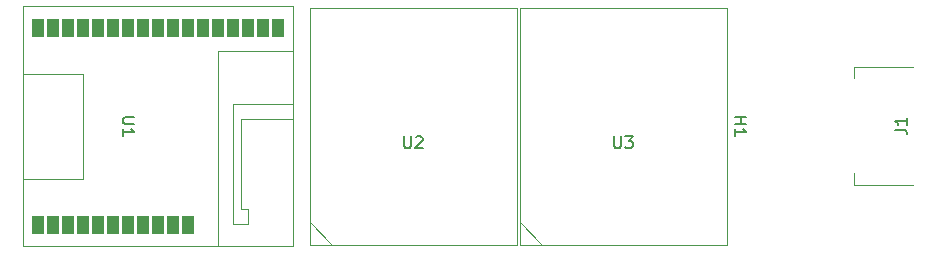
<source format=gbr>
%TF.GenerationSoftware,KiCad,Pcbnew,8.0.3*%
%TF.CreationDate,2024-06-21T11:12:34+09:00*%
%TF.ProjectId,Unit-HDPL-1414,556e6974-2d48-4445-904c-2d313431342e,rev?*%
%TF.SameCoordinates,Original*%
%TF.FileFunction,Legend,Top*%
%TF.FilePolarity,Positive*%
%FSLAX46Y46*%
G04 Gerber Fmt 4.6, Leading zero omitted, Abs format (unit mm)*
G04 Created by KiCad (PCBNEW 8.0.3) date 2024-06-21 11:12:34*
%MOMM*%
%LPD*%
G01*
G04 APERTURE LIST*
G04 Aperture macros list*
%AMRoundRect*
0 Rectangle with rounded corners*
0 $1 Rounding radius*
0 $2 $3 $4 $5 $6 $7 $8 $9 X,Y pos of 4 corners*
0 Add a 4 corners polygon primitive as box body*
4,1,4,$2,$3,$4,$5,$6,$7,$8,$9,$2,$3,0*
0 Add four circle primitives for the rounded corners*
1,1,$1+$1,$2,$3*
1,1,$1+$1,$4,$5*
1,1,$1+$1,$6,$7*
1,1,$1+$1,$8,$9*
0 Add four rect primitives between the rounded corners*
20,1,$1+$1,$2,$3,$4,$5,0*
20,1,$1+$1,$4,$5,$6,$7,0*
20,1,$1+$1,$6,$7,$8,$9,0*
20,1,$1+$1,$8,$9,$2,$3,0*%
G04 Aperture macros list end*
%ADD10C,0.150000*%
%ADD11C,0.120000*%
%ADD12C,1.524000*%
%ADD13C,5.500000*%
%ADD14RoundRect,0.500000X-0.008000X0.750000X-0.008000X-0.750000X0.008000X-0.750000X0.008000X0.750000X0*%
%ADD15RoundRect,0.500000X0.008000X-0.750000X0.008000X0.750000X-0.008000X0.750000X-0.008000X-0.750000X0*%
G04 APERTURE END LIST*
D10*
X143662819Y-89185333D02*
X144377104Y-89185333D01*
X144377104Y-89185333D02*
X144519961Y-89232952D01*
X144519961Y-89232952D02*
X144615200Y-89328190D01*
X144615200Y-89328190D02*
X144662819Y-89471047D01*
X144662819Y-89471047D02*
X144662819Y-89566285D01*
X144662819Y-88185333D02*
X144662819Y-88756761D01*
X144662819Y-88471047D02*
X143662819Y-88471047D01*
X143662819Y-88471047D02*
X143805676Y-88566285D01*
X143805676Y-88566285D02*
X143900914Y-88661523D01*
X143900914Y-88661523D02*
X143948533Y-88756761D01*
X130101180Y-88138095D02*
X131101180Y-88138095D01*
X130624990Y-88138095D02*
X130624990Y-88709523D01*
X130101180Y-88709523D02*
X131101180Y-88709523D01*
X130101180Y-89709523D02*
X130101180Y-89138095D01*
X130101180Y-89423809D02*
X131101180Y-89423809D01*
X131101180Y-89423809D02*
X130958323Y-89328571D01*
X130958323Y-89328571D02*
X130863085Y-89233333D01*
X130863085Y-89233333D02*
X130815466Y-89138095D01*
X79285180Y-88138095D02*
X78475657Y-88138095D01*
X78475657Y-88138095D02*
X78380419Y-88185714D01*
X78380419Y-88185714D02*
X78332800Y-88233333D01*
X78332800Y-88233333D02*
X78285180Y-88328571D01*
X78285180Y-88328571D02*
X78285180Y-88519047D01*
X78285180Y-88519047D02*
X78332800Y-88614285D01*
X78332800Y-88614285D02*
X78380419Y-88661904D01*
X78380419Y-88661904D02*
X78475657Y-88709523D01*
X78475657Y-88709523D02*
X79285180Y-88709523D01*
X78285180Y-89709523D02*
X78285180Y-89138095D01*
X78285180Y-89423809D02*
X79285180Y-89423809D01*
X79285180Y-89423809D02*
X79142323Y-89328571D01*
X79142323Y-89328571D02*
X79047085Y-89233333D01*
X79047085Y-89233333D02*
X78999466Y-89138095D01*
X102108095Y-89751819D02*
X102108095Y-90561342D01*
X102108095Y-90561342D02*
X102155714Y-90656580D01*
X102155714Y-90656580D02*
X102203333Y-90704200D01*
X102203333Y-90704200D02*
X102298571Y-90751819D01*
X102298571Y-90751819D02*
X102489047Y-90751819D01*
X102489047Y-90751819D02*
X102584285Y-90704200D01*
X102584285Y-90704200D02*
X102631904Y-90656580D01*
X102631904Y-90656580D02*
X102679523Y-90561342D01*
X102679523Y-90561342D02*
X102679523Y-89751819D01*
X103108095Y-89847057D02*
X103155714Y-89799438D01*
X103155714Y-89799438D02*
X103250952Y-89751819D01*
X103250952Y-89751819D02*
X103489047Y-89751819D01*
X103489047Y-89751819D02*
X103584285Y-89799438D01*
X103584285Y-89799438D02*
X103631904Y-89847057D01*
X103631904Y-89847057D02*
X103679523Y-89942295D01*
X103679523Y-89942295D02*
X103679523Y-90037533D01*
X103679523Y-90037533D02*
X103631904Y-90180390D01*
X103631904Y-90180390D02*
X103060476Y-90751819D01*
X103060476Y-90751819D02*
X103679523Y-90751819D01*
X119888095Y-89751819D02*
X119888095Y-90561342D01*
X119888095Y-90561342D02*
X119935714Y-90656580D01*
X119935714Y-90656580D02*
X119983333Y-90704200D01*
X119983333Y-90704200D02*
X120078571Y-90751819D01*
X120078571Y-90751819D02*
X120269047Y-90751819D01*
X120269047Y-90751819D02*
X120364285Y-90704200D01*
X120364285Y-90704200D02*
X120411904Y-90656580D01*
X120411904Y-90656580D02*
X120459523Y-90561342D01*
X120459523Y-90561342D02*
X120459523Y-89751819D01*
X120840476Y-89751819D02*
X121459523Y-89751819D01*
X121459523Y-89751819D02*
X121126190Y-90132771D01*
X121126190Y-90132771D02*
X121269047Y-90132771D01*
X121269047Y-90132771D02*
X121364285Y-90180390D01*
X121364285Y-90180390D02*
X121411904Y-90228009D01*
X121411904Y-90228009D02*
X121459523Y-90323247D01*
X121459523Y-90323247D02*
X121459523Y-90561342D01*
X121459523Y-90561342D02*
X121411904Y-90656580D01*
X121411904Y-90656580D02*
X121364285Y-90704200D01*
X121364285Y-90704200D02*
X121269047Y-90751819D01*
X121269047Y-90751819D02*
X120983333Y-90751819D01*
X120983333Y-90751819D02*
X120888095Y-90704200D01*
X120888095Y-90704200D02*
X120840476Y-90656580D01*
D11*
%TO.C,J1*%
X140208000Y-83852000D02*
X145208000Y-83852000D01*
X140208000Y-83852000D02*
X140208000Y-84852000D01*
X140208000Y-84852000D02*
X140208000Y-83852000D01*
X140208000Y-92852000D02*
X140208000Y-93852000D01*
X140208000Y-93852000D02*
X145208000Y-93852000D01*
%TO.C,U1*%
X69850000Y-78740000D02*
X69850000Y-84455000D01*
X69850000Y-93345000D02*
X69850000Y-99060000D01*
X69850000Y-99060000D02*
X92710000Y-99060000D01*
X86360000Y-82550000D02*
X86360000Y-99060000D01*
X87630000Y-86995000D02*
X87630000Y-97155000D01*
X87630000Y-97155000D02*
X88900000Y-97155000D01*
X88265000Y-88265000D02*
X92710000Y-88265000D01*
X88265000Y-95885000D02*
X88265000Y-88265000D01*
X88900000Y-95885000D02*
X88265000Y-95885000D01*
X88900000Y-97155000D02*
X88900000Y-95885000D01*
X92710000Y-78740000D02*
X69850000Y-78740000D01*
X92710000Y-82550000D02*
X86360000Y-82550000D01*
X92710000Y-86995000D02*
X87630000Y-86995000D01*
X92710000Y-99060000D02*
X92710000Y-78740000D01*
X74930000Y-84455000D02*
X69855000Y-84455000D01*
X69855000Y-93345000D01*
X74930000Y-93345000D01*
X74930000Y-84455000D01*
%TO.C,U2*%
X94107000Y-97028000D02*
X96012000Y-98933000D01*
X94107000Y-78867000D02*
X111633000Y-78867000D01*
X111633000Y-98933000D01*
X94107000Y-98933000D01*
X94107000Y-78867000D01*
%TO.C,U3*%
X111887000Y-97028000D02*
X113792000Y-98933000D01*
X111887000Y-78867000D02*
X129413000Y-78867000D01*
X129413000Y-98933000D01*
X111887000Y-98933000D01*
X111887000Y-78867000D01*
%TD*%
%LPC*%
D12*
%TO.C,J1*%
X140208000Y-85852000D03*
X140208000Y-87852000D03*
X140208000Y-89852000D03*
X140208000Y-91852000D03*
%TD*%
D13*
%TO.C,H1*%
X135636000Y-88900000D03*
%TD*%
D14*
%TO.C,U1*%
X91440000Y-80580000D03*
X90170000Y-80580000D03*
X88900000Y-80580000D03*
X87630000Y-80580000D03*
X86360000Y-80580000D03*
X85090000Y-80580000D03*
X83820000Y-80580000D03*
X82550000Y-80580000D03*
X81280000Y-80580000D03*
X80010000Y-80580000D03*
X78740000Y-80580000D03*
X77470000Y-80580000D03*
X76200000Y-80580000D03*
X74930000Y-80580000D03*
X73660000Y-80580000D03*
X72390000Y-80580000D03*
X71120000Y-80580000D03*
D15*
X71120000Y-97220000D03*
X72390000Y-97220000D03*
X73660000Y-97220000D03*
X74930000Y-97220000D03*
X76200000Y-97220000D03*
X77470000Y-97220000D03*
X78740000Y-97220000D03*
X80010000Y-97220000D03*
X81280000Y-97220000D03*
X82550000Y-97220000D03*
X83820000Y-97220000D03*
%TD*%
D12*
%TO.C,U2*%
X96520000Y-96520000D03*
X99060000Y-96520000D03*
X101600000Y-96520000D03*
X104140000Y-96520000D03*
X106680000Y-96520000D03*
X109220000Y-96520000D03*
X96520000Y-81280000D03*
X99060000Y-81280000D03*
X101600000Y-81280000D03*
X104140000Y-81280000D03*
X106680000Y-81280000D03*
X109220000Y-81280000D03*
%TD*%
%TO.C,U3*%
X114300000Y-96520000D03*
X116840000Y-96520000D03*
X119380000Y-96520000D03*
X121920000Y-96520000D03*
X124460000Y-96520000D03*
X127000000Y-96520000D03*
X114300000Y-81280000D03*
X116840000Y-81280000D03*
X119380000Y-81280000D03*
X121920000Y-81280000D03*
X124460000Y-81280000D03*
X127000000Y-81280000D03*
%TD*%
%LPD*%
M02*

</source>
